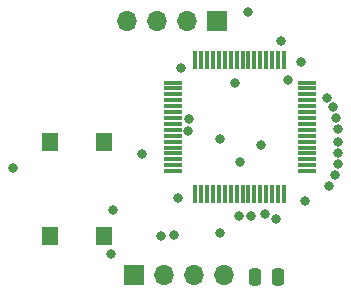
<source format=gbr>
G04 #@! TF.GenerationSoftware,KiCad,Pcbnew,7.0.8*
G04 #@! TF.CreationDate,2023-11-02T17:05:36-04:00*
G04 #@! TF.ProjectId,MCU+IMU,4d43552b-494d-4552-9e6b-696361645f70,rev?*
G04 #@! TF.SameCoordinates,Original*
G04 #@! TF.FileFunction,Soldermask,Top*
G04 #@! TF.FilePolarity,Negative*
%FSLAX46Y46*%
G04 Gerber Fmt 4.6, Leading zero omitted, Abs format (unit mm)*
G04 Created by KiCad (PCBNEW 7.0.8) date 2023-11-02 17:05:36*
%MOMM*%
%LPD*%
G01*
G04 APERTURE LIST*
G04 Aperture macros list*
%AMRoundRect*
0 Rectangle with rounded corners*
0 $1 Rounding radius*
0 $2 $3 $4 $5 $6 $7 $8 $9 X,Y pos of 4 corners*
0 Add a 4 corners polygon primitive as box body*
4,1,4,$2,$3,$4,$5,$6,$7,$8,$9,$2,$3,0*
0 Add four circle primitives for the rounded corners*
1,1,$1+$1,$2,$3*
1,1,$1+$1,$4,$5*
1,1,$1+$1,$6,$7*
1,1,$1+$1,$8,$9*
0 Add four rect primitives between the rounded corners*
20,1,$1+$1,$2,$3,$4,$5,0*
20,1,$1+$1,$4,$5,$6,$7,0*
20,1,$1+$1,$6,$7,$8,$9,0*
20,1,$1+$1,$8,$9,$2,$3,0*%
G04 Aperture macros list end*
%ADD10RoundRect,0.250000X0.250000X0.475000X-0.250000X0.475000X-0.250000X-0.475000X0.250000X-0.475000X0*%
%ADD11RoundRect,0.075000X-0.700000X-0.075000X0.700000X-0.075000X0.700000X0.075000X-0.700000X0.075000X0*%
%ADD12RoundRect,0.075000X-0.075000X-0.700000X0.075000X-0.700000X0.075000X0.700000X-0.075000X0.700000X0*%
%ADD13R,1.700000X1.700000*%
%ADD14O,1.700000X1.700000*%
%ADD15R,1.400000X1.600000*%
%ADD16C,0.800000*%
G04 APERTURE END LIST*
D10*
G04 #@! TO.C,C7*
X140900000Y-113750000D03*
X139000000Y-113750000D03*
G04 #@! TD*
D11*
G04 #@! TO.C,U2*
X132000000Y-97250000D03*
X132000000Y-97750000D03*
X132000000Y-98250000D03*
X132000000Y-98750000D03*
X132000000Y-99250000D03*
X132000000Y-99750000D03*
X132000000Y-100250000D03*
X132000000Y-100750000D03*
X132000000Y-101250000D03*
X132000000Y-101750000D03*
X132000000Y-102250000D03*
X132000000Y-102750000D03*
X132000000Y-103250000D03*
X132000000Y-103750000D03*
X132000000Y-104250000D03*
X132000000Y-104750000D03*
D12*
X133925000Y-106675000D03*
X134425000Y-106675000D03*
X134925000Y-106675000D03*
X135425000Y-106675000D03*
X135925000Y-106675000D03*
X136425000Y-106675000D03*
X136925000Y-106675000D03*
X137425000Y-106675000D03*
X137925000Y-106675000D03*
X138425000Y-106675000D03*
X138925000Y-106675000D03*
X139425000Y-106675000D03*
X139925000Y-106675000D03*
X140425000Y-106675000D03*
X140925000Y-106675000D03*
X141425000Y-106675000D03*
D11*
X143350000Y-104750000D03*
X143350000Y-104250000D03*
X143350000Y-103750000D03*
X143350000Y-103250000D03*
X143350000Y-102750000D03*
X143350000Y-102250000D03*
X143350000Y-101750000D03*
X143350000Y-101250000D03*
X143350000Y-100750000D03*
X143350000Y-100250000D03*
X143350000Y-99750000D03*
X143350000Y-99250000D03*
X143350000Y-98750000D03*
X143350000Y-98250000D03*
X143350000Y-97750000D03*
X143350000Y-97250000D03*
D12*
X141425000Y-95325000D03*
X140925000Y-95325000D03*
X140425000Y-95325000D03*
X139925000Y-95325000D03*
X139425000Y-95325000D03*
X138925000Y-95325000D03*
X138425000Y-95325000D03*
X137925000Y-95325000D03*
X137425000Y-95325000D03*
X136925000Y-95325000D03*
X136425000Y-95325000D03*
X135925000Y-95325000D03*
X135425000Y-95325000D03*
X134925000Y-95325000D03*
X134425000Y-95325000D03*
X133925000Y-95325000D03*
G04 #@! TD*
D13*
G04 #@! TO.C,J2*
X128750000Y-113500000D03*
D14*
X131290000Y-113500000D03*
X133830000Y-113500000D03*
X136370000Y-113500000D03*
G04 #@! TD*
D13*
G04 #@! TO.C,J1*
X135750000Y-92000000D03*
D14*
X133210000Y-92000000D03*
X130670000Y-92000000D03*
X128130000Y-92000000D03*
G04 #@! TD*
D15*
G04 #@! TO.C,SW1*
X121660700Y-110260789D03*
X121660700Y-102260789D03*
X126160700Y-110260789D03*
X126160700Y-102260789D03*
G04 #@! TD*
D16*
X131000000Y-110250000D03*
X137250000Y-97250000D03*
X136000000Y-102000000D03*
X139500000Y-102500000D03*
X133311667Y-101390899D03*
X133374492Y-100328298D03*
X132500000Y-107000000D03*
X132750000Y-96000000D03*
X137750000Y-104000000D03*
X143250000Y-107250000D03*
X141750000Y-97000000D03*
X132148056Y-110148056D03*
X145250000Y-106000000D03*
X138660700Y-108510789D03*
X129410700Y-103260789D03*
X127000000Y-108000000D03*
X126750000Y-111750000D03*
X145732370Y-105060011D03*
X146000000Y-104149006D03*
X139801004Y-108395084D03*
X140720749Y-108786333D03*
X137660700Y-108510789D03*
X146000000Y-103199503D03*
X146000000Y-102250000D03*
X146039068Y-101166609D03*
X145822298Y-100242181D03*
X141160700Y-93760789D03*
X142910700Y-95510789D03*
X138410700Y-91260789D03*
X145550690Y-99332355D03*
X145052984Y-98523749D03*
X118500000Y-104500000D03*
X136000000Y-110000000D03*
M02*

</source>
